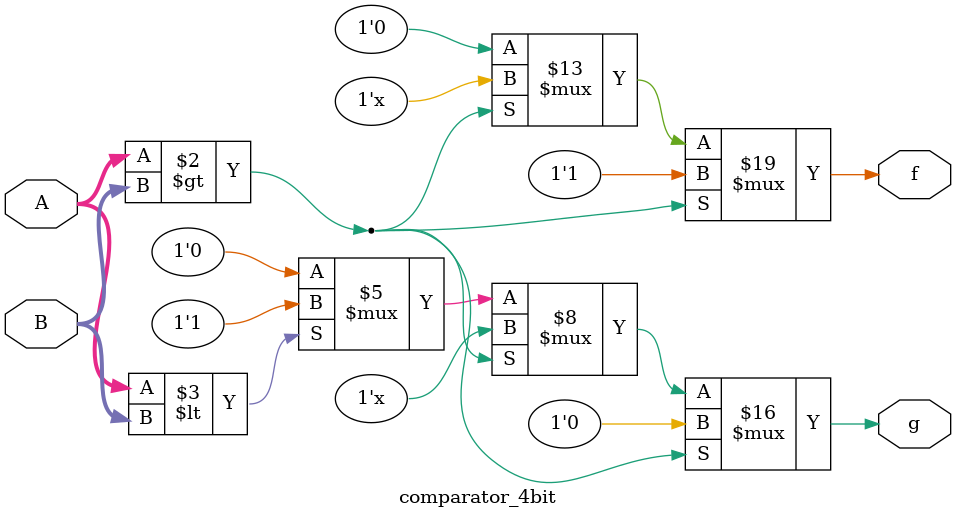
<source format=v>
`timescale 1ns / 1ps


module comparator_4bit(
    input [3:0] A,B,
    output reg f, g
    );
    always@(*)
    begin
    if(A > B) begin
    f = 1;
    g = 0;
    end
    else if (A < B) begin
    f = 0;
    g = 1;
    end
    else
    begin
    f = 0;
    g = 0;
    end
    end
endmodule

</source>
